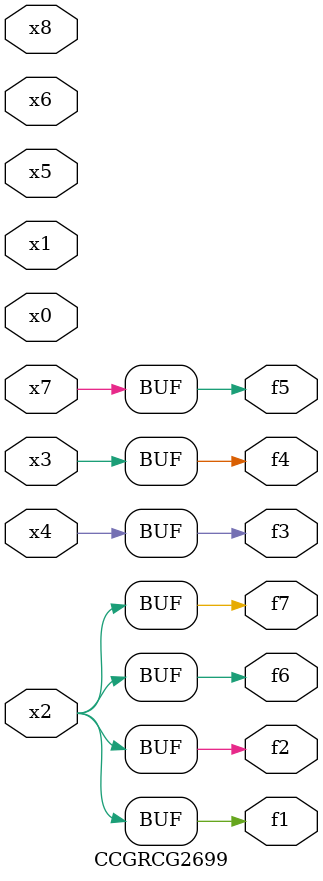
<source format=v>
module CCGRCG2699(
	input x0, x1, x2, x3, x4, x5, x6, x7, x8,
	output f1, f2, f3, f4, f5, f6, f7
);
	assign f1 = x2;
	assign f2 = x2;
	assign f3 = x4;
	assign f4 = x3;
	assign f5 = x7;
	assign f6 = x2;
	assign f7 = x2;
endmodule

</source>
